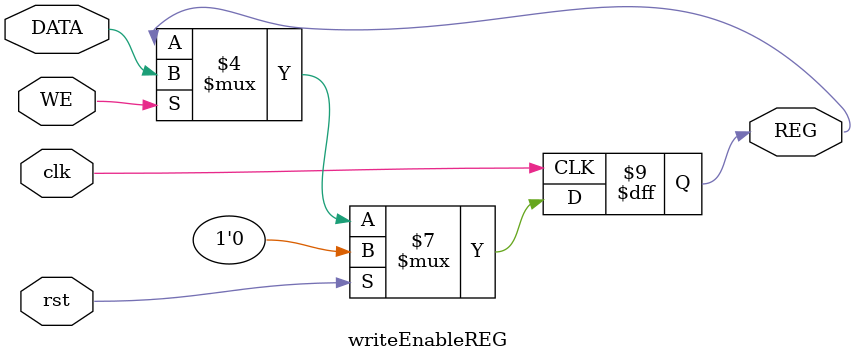
<source format=v>
module writeEnableREG #(parameter W=1) (DATA,clk,rst,REG,WE);
input rst,clk,WE;
input [W-1:0] DATA;
output reg [W-1:0] REG;


always @(posedge clk)//due to sync reset issue
begin
	if(rst==1)
		begin
			REG<=0;
		end
	else
		begin
		
			if(WE==1)
				begin
					REG<=DATA;
				end
			
		end

end

endmodule
</source>
